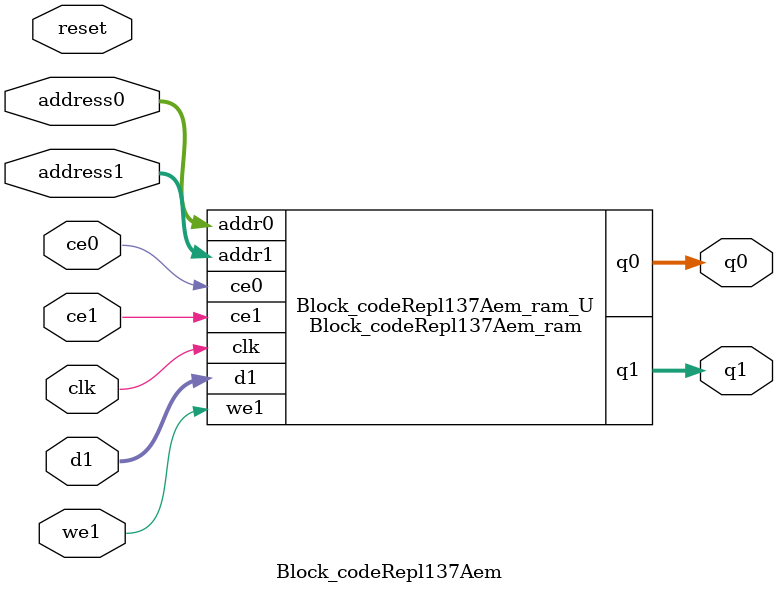
<source format=v>
`timescale 1 ns / 1 ps
module Block_codeRepl137Aem_ram (addr0, ce0, q0, addr1, ce1, d1, we1, q1,  clk);

parameter DWIDTH = 5;
parameter AWIDTH = 6;
parameter MEM_SIZE = 48;

input[AWIDTH-1:0] addr0;
input ce0;
output reg[DWIDTH-1:0] q0;
input[AWIDTH-1:0] addr1;
input ce1;
input[DWIDTH-1:0] d1;
input we1;
output reg[DWIDTH-1:0] q1;
input clk;

(* ram_style = "distributed" *)reg [DWIDTH-1:0] ram[0:MEM_SIZE-1];




always @(posedge clk)  
begin 
    if (ce0) begin
        q0 <= ram[addr0];
    end
end


always @(posedge clk)  
begin 
    if (ce1) begin
        if (we1) 
            ram[addr1] <= d1; 
        q1 <= ram[addr1];
    end
end


endmodule

`timescale 1 ns / 1 ps
module Block_codeRepl137Aem(
    reset,
    clk,
    address0,
    ce0,
    q0,
    address1,
    ce1,
    we1,
    d1,
    q1);

parameter DataWidth = 32'd5;
parameter AddressRange = 32'd48;
parameter AddressWidth = 32'd6;
input reset;
input clk;
input[AddressWidth - 1:0] address0;
input ce0;
output[DataWidth - 1:0] q0;
input[AddressWidth - 1:0] address1;
input ce1;
input we1;
input[DataWidth - 1:0] d1;
output[DataWidth - 1:0] q1;



Block_codeRepl137Aem_ram Block_codeRepl137Aem_ram_U(
    .clk( clk ),
    .addr0( address0 ),
    .ce0( ce0 ),
    .q0( q0 ),
    .addr1( address1 ),
    .ce1( ce1 ),
    .we1( we1 ),
    .d1( d1 ),
    .q1( q1 ));

endmodule


</source>
